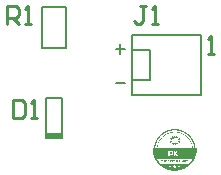
<source format=gto>
G04*
G04 #@! TF.GenerationSoftware,Altium Limited,Altium Designer,24.1.2 (44)*
G04*
G04 Layer_Color=65535*
%FSLAX44Y44*%
%MOMM*%
G71*
G04*
G04 #@! TF.SameCoordinates,AFA97B25-1DD1-4B85-BE4B-D495E369A306*
G04*
G04*
G04 #@! TF.FilePolarity,Positive*
G04*
G01*
G75*
%ADD10C,0.2000*%
%ADD11C,0.2540*%
%ADD12R,1.4000X0.4000*%
G36*
X158110Y48130D02*
X159020D01*
Y48060D01*
X159580D01*
Y47990D01*
X160000D01*
Y47920D01*
X160420D01*
Y47850D01*
X160700D01*
Y47780D01*
X161050D01*
Y47710D01*
X161330D01*
Y47640D01*
X161610D01*
Y47570D01*
X161890D01*
Y47500D01*
X162100D01*
Y47430D01*
X162310D01*
Y47360D01*
X162520D01*
Y47290D01*
X162730D01*
Y47220D01*
X162940D01*
Y47150D01*
X163150D01*
Y47080D01*
X163360D01*
Y47010D01*
X163500D01*
Y46940D01*
X163710D01*
Y46870D01*
X163850D01*
Y46800D01*
X163990D01*
Y46730D01*
X164200D01*
Y46660D01*
X164340D01*
Y46590D01*
X164480D01*
Y46520D01*
X164620D01*
Y46450D01*
X164760D01*
Y46380D01*
X164900D01*
Y46310D01*
X165040D01*
Y46240D01*
X165180D01*
Y46170D01*
X165320D01*
Y46100D01*
X165460D01*
Y46030D01*
X165600D01*
Y45960D01*
X165670D01*
Y45890D01*
X165810D01*
Y45820D01*
X165950D01*
Y45750D01*
X166090D01*
Y45680D01*
X166160D01*
Y45610D01*
X166300D01*
Y45540D01*
X166440D01*
Y45470D01*
X166510D01*
Y45400D01*
X166650D01*
Y45330D01*
X166720D01*
Y45260D01*
X166860D01*
Y45190D01*
X166930D01*
Y45120D01*
X167070D01*
Y45050D01*
X167140D01*
Y44980D01*
X167280D01*
Y44910D01*
X167350D01*
Y44840D01*
X167420D01*
Y44770D01*
X167560D01*
Y44700D01*
X167630D01*
Y44630D01*
X167700D01*
Y44560D01*
X167840D01*
Y44490D01*
X167910D01*
Y44420D01*
X167980D01*
Y44350D01*
X168050D01*
Y44280D01*
X168190D01*
Y44210D01*
X168260D01*
Y44140D01*
X168330D01*
Y44070D01*
X168400D01*
Y44000D01*
X168470D01*
Y43930D01*
X168610D01*
Y43860D01*
X168680D01*
Y43790D01*
X168750D01*
Y43720D01*
X168820D01*
Y43650D01*
X168890D01*
Y43580D01*
X168960D01*
Y43510D01*
X169030D01*
Y43440D01*
X169100D01*
Y43370D01*
X169240D01*
Y43300D01*
X169310D01*
Y43230D01*
X169380D01*
Y43160D01*
X169450D01*
Y43090D01*
X169520D01*
Y43020D01*
X169590D01*
Y42950D01*
X169660D01*
Y42880D01*
X169730D01*
Y42810D01*
X169800D01*
Y42670D01*
X169870D01*
Y42600D01*
X169940D01*
Y42530D01*
X170010D01*
Y42460D01*
X170080D01*
Y42390D01*
X170150D01*
Y42320D01*
X170220D01*
Y42250D01*
X170290D01*
Y42180D01*
X170360D01*
Y42110D01*
X170430D01*
Y41970D01*
X170500D01*
Y41900D01*
X170570D01*
Y41830D01*
X170640D01*
Y41760D01*
X170710D01*
Y41690D01*
X170780D01*
Y41620D01*
X170850D01*
Y41480D01*
X170920D01*
Y41410D01*
X170990D01*
Y41340D01*
X171060D01*
Y41200D01*
X171130D01*
Y41130D01*
X171200D01*
Y41060D01*
X171270D01*
Y40920D01*
X171340D01*
Y40850D01*
X171410D01*
Y40780D01*
X171480D01*
Y40640D01*
X171550D01*
Y40570D01*
X171620D01*
Y40430D01*
X171690D01*
Y40360D01*
X171760D01*
Y40220D01*
X171830D01*
Y40150D01*
X171900D01*
Y40010D01*
X171970D01*
Y39940D01*
X172040D01*
Y39800D01*
X172110D01*
Y39660D01*
X172180D01*
Y39590D01*
X172250D01*
Y39450D01*
X172320D01*
Y39310D01*
X172390D01*
Y39240D01*
X172460D01*
Y39100D01*
X172530D01*
Y38960D01*
X172600D01*
Y38820D01*
X172670D01*
Y38680D01*
X172740D01*
Y38540D01*
X172810D01*
Y38400D01*
X172880D01*
Y38260D01*
X172950D01*
Y38120D01*
X173020D01*
Y37980D01*
X173090D01*
Y37840D01*
X173160D01*
Y37700D01*
X173230D01*
Y37560D01*
X173300D01*
Y37350D01*
X173370D01*
Y37210D01*
X173440D01*
Y37070D01*
X173510D01*
Y36860D01*
X173580D01*
Y36650D01*
X173650D01*
Y36510D01*
X173720D01*
Y36300D01*
X173790D01*
Y36090D01*
X173860D01*
Y35880D01*
X173930D01*
Y35600D01*
X174000D01*
Y35390D01*
X174070D01*
Y35110D01*
X174140D01*
Y34830D01*
X174210D01*
Y34550D01*
X174280D01*
Y34270D01*
X174350D01*
Y33920D01*
X174420D01*
Y33570D01*
X174490D01*
Y33080D01*
X174560D01*
Y32590D01*
X174630D01*
Y32030D01*
X175820D01*
Y30350D01*
X175750D01*
Y29650D01*
X175680D01*
Y29090D01*
X175610D01*
Y28600D01*
X175540D01*
Y28180D01*
X175470D01*
Y27830D01*
X175400D01*
Y27550D01*
X175330D01*
Y27270D01*
X175260D01*
Y26920D01*
X175190D01*
Y26710D01*
X175120D01*
Y26430D01*
X175050D01*
Y26220D01*
X174980D01*
Y25940D01*
X174910D01*
Y25730D01*
X174840D01*
Y25520D01*
X174770D01*
Y25310D01*
X174700D01*
Y25100D01*
X174630D01*
Y24960D01*
X174560D01*
Y24750D01*
X174490D01*
Y24610D01*
X174420D01*
Y24400D01*
X174350D01*
Y24260D01*
X174280D01*
Y24120D01*
X174210D01*
Y23980D01*
X174140D01*
Y23840D01*
X174070D01*
Y23630D01*
X174000D01*
Y23490D01*
X173930D01*
Y23350D01*
X173860D01*
Y23210D01*
X173790D01*
Y23070D01*
X173720D01*
Y22930D01*
X173650D01*
Y22790D01*
X173580D01*
Y22650D01*
X173510D01*
Y22510D01*
X173440D01*
Y22440D01*
X173370D01*
Y22300D01*
X173300D01*
Y22160D01*
X173230D01*
Y22090D01*
X173160D01*
Y21950D01*
X173090D01*
Y21810D01*
X173020D01*
Y21740D01*
X172950D01*
Y21600D01*
X172880D01*
Y21530D01*
X172810D01*
Y21390D01*
X172740D01*
Y21320D01*
X172670D01*
Y21180D01*
X172600D01*
Y21040D01*
X172530D01*
Y20970D01*
X172460D01*
Y20900D01*
X172390D01*
Y20760D01*
X172320D01*
Y20690D01*
X172250D01*
Y20620D01*
X172180D01*
Y20480D01*
X172110D01*
Y20410D01*
X172040D01*
Y20340D01*
X171970D01*
Y20200D01*
X171900D01*
Y20130D01*
X171830D01*
Y20060D01*
X171760D01*
Y19990D01*
X171690D01*
Y19850D01*
X171620D01*
Y19780D01*
X171550D01*
Y19710D01*
X171480D01*
Y19640D01*
X171410D01*
Y19500D01*
X171340D01*
Y19430D01*
X171270D01*
Y19360D01*
X171200D01*
Y19290D01*
X171130D01*
Y19220D01*
X171060D01*
Y19150D01*
X170990D01*
Y19080D01*
X170920D01*
Y18940D01*
X170850D01*
Y18870D01*
X170780D01*
Y18800D01*
X170710D01*
Y18730D01*
X170640D01*
Y18660D01*
X170570D01*
Y18590D01*
X170500D01*
Y18520D01*
X170430D01*
Y18450D01*
X170360D01*
Y18380D01*
X170290D01*
Y18310D01*
X170220D01*
Y18240D01*
X170150D01*
Y18170D01*
X170080D01*
Y18100D01*
X170010D01*
Y18030D01*
X169940D01*
Y17960D01*
X169800D01*
Y17890D01*
X169730D01*
Y17820D01*
X169660D01*
Y17750D01*
X169590D01*
Y17680D01*
X169520D01*
Y17610D01*
X169450D01*
Y17540D01*
X169380D01*
Y17470D01*
X169240D01*
Y17400D01*
X169170D01*
Y17330D01*
X169100D01*
Y17260D01*
X169030D01*
Y17190D01*
X168960D01*
Y17120D01*
X168820D01*
Y17050D01*
X168750D01*
Y16980D01*
X168680D01*
Y16910D01*
X168610D01*
Y16840D01*
X168470D01*
Y16770D01*
X168400D01*
Y16700D01*
X168330D01*
Y16630D01*
X168190D01*
Y16560D01*
X168120D01*
Y16490D01*
X168050D01*
Y16420D01*
X167910D01*
Y16350D01*
X167840D01*
Y16280D01*
X167700D01*
Y16210D01*
X167630D01*
Y16140D01*
X167490D01*
Y16070D01*
X167420D01*
Y16000D01*
X167280D01*
Y15930D01*
X167140D01*
Y15860D01*
X167070D01*
Y15790D01*
X166930D01*
Y15720D01*
X166860D01*
Y15650D01*
X166720D01*
Y15580D01*
X166580D01*
Y15510D01*
X166510D01*
Y15440D01*
X166370D01*
Y15370D01*
X166230D01*
Y15300D01*
X166090D01*
Y15230D01*
X165950D01*
Y15160D01*
X165880D01*
Y15090D01*
X165740D01*
Y15020D01*
X165600D01*
Y14950D01*
X165460D01*
Y14880D01*
X165320D01*
Y14810D01*
X165180D01*
Y14740D01*
X165040D01*
Y14670D01*
X164830D01*
Y14600D01*
X164690D01*
Y14530D01*
X164550D01*
Y14460D01*
X164410D01*
Y14390D01*
X164270D01*
Y14320D01*
X164060D01*
Y14250D01*
X163850D01*
Y14180D01*
X163710D01*
Y14110D01*
X163500D01*
Y14040D01*
X163290D01*
Y13970D01*
X163150D01*
Y13900D01*
X162870D01*
Y13830D01*
X162660D01*
Y13760D01*
X162450D01*
Y13690D01*
X162170D01*
Y13620D01*
X161960D01*
Y13550D01*
X161680D01*
Y13480D01*
X161330D01*
Y13410D01*
X161050D01*
Y13340D01*
X160770D01*
Y13270D01*
X160350D01*
Y13200D01*
X160000D01*
Y13130D01*
X159580D01*
Y13060D01*
X158880D01*
Y12990D01*
X157830D01*
Y12920D01*
X156640D01*
Y12990D01*
X155450D01*
Y13060D01*
X154750D01*
Y13130D01*
X154260D01*
Y13200D01*
X153840D01*
Y13270D01*
X153420D01*
Y13340D01*
X153070D01*
Y13410D01*
X152790D01*
Y13480D01*
X152510D01*
Y13550D01*
X152230D01*
Y13620D01*
X151950D01*
Y13690D01*
X151740D01*
Y13760D01*
X151530D01*
Y13830D01*
X151320D01*
Y13900D01*
X151110D01*
Y13970D01*
X150900D01*
Y14040D01*
X150690D01*
Y14110D01*
X150480D01*
Y14180D01*
X150340D01*
Y14250D01*
X150130D01*
Y14320D01*
X149920D01*
Y14390D01*
X149780D01*
Y14460D01*
X149640D01*
Y14530D01*
X149500D01*
Y14600D01*
X149290D01*
Y14670D01*
X149150D01*
Y14740D01*
X149010D01*
Y14810D01*
X148870D01*
Y14880D01*
X148730D01*
Y14950D01*
X148590D01*
Y15020D01*
X148450D01*
Y15090D01*
X148310D01*
Y15160D01*
X148170D01*
Y15230D01*
X148100D01*
Y15300D01*
X147960D01*
Y15370D01*
X147820D01*
Y15440D01*
X147680D01*
Y15510D01*
X147540D01*
Y15580D01*
X147470D01*
Y15650D01*
X147330D01*
Y15720D01*
X147190D01*
Y15790D01*
X147120D01*
Y15860D01*
X146980D01*
Y15930D01*
X146910D01*
Y16000D01*
X146770D01*
Y16070D01*
X146630D01*
Y16140D01*
X146560D01*
Y16210D01*
X146420D01*
Y16280D01*
X146350D01*
Y16350D01*
X146280D01*
Y16420D01*
X146140D01*
Y16490D01*
X146070D01*
Y16560D01*
X145930D01*
Y16630D01*
X145860D01*
Y16700D01*
X145720D01*
Y16770D01*
X145650D01*
Y16840D01*
X145580D01*
Y16910D01*
X145510D01*
Y16980D01*
X145370D01*
Y17050D01*
X145300D01*
Y17120D01*
X145230D01*
Y17190D01*
X145160D01*
Y17260D01*
X145090D01*
Y17330D01*
X144950D01*
Y17400D01*
X144880D01*
Y17470D01*
X144810D01*
Y17540D01*
X144740D01*
Y17610D01*
X144670D01*
Y17680D01*
X144600D01*
Y17750D01*
X144530D01*
Y17820D01*
X144390D01*
Y17890D01*
X144320D01*
Y17960D01*
X144250D01*
Y18030D01*
X144180D01*
Y18100D01*
X144110D01*
Y18170D01*
X144040D01*
Y18240D01*
X143970D01*
Y18310D01*
X143900D01*
Y18380D01*
X143830D01*
Y18450D01*
X143760D01*
Y18520D01*
X143690D01*
Y18590D01*
X143620D01*
Y18660D01*
X143550D01*
Y18730D01*
X143480D01*
Y18800D01*
X143410D01*
Y18870D01*
X143340D01*
Y18940D01*
X143270D01*
Y19010D01*
X143200D01*
Y19150D01*
X143130D01*
Y19220D01*
X143060D01*
Y19290D01*
X142990D01*
Y19360D01*
X142920D01*
Y19430D01*
X142850D01*
Y19500D01*
X142780D01*
Y19570D01*
X142710D01*
Y19710D01*
X142640D01*
Y19780D01*
X142570D01*
Y19850D01*
X142500D01*
Y19920D01*
X142430D01*
Y19990D01*
X142360D01*
Y20130D01*
X142290D01*
Y20200D01*
X142220D01*
Y20270D01*
X142150D01*
Y20410D01*
X142080D01*
Y20480D01*
X142010D01*
Y20550D01*
X141940D01*
Y20690D01*
X141870D01*
Y20760D01*
X141800D01*
Y20900D01*
X141730D01*
Y20970D01*
X141660D01*
Y21040D01*
X141590D01*
Y21180D01*
X141520D01*
Y21250D01*
X141450D01*
Y21390D01*
X141380D01*
Y21460D01*
X141310D01*
Y21600D01*
X141240D01*
Y21740D01*
X141170D01*
Y21810D01*
X141100D01*
Y21950D01*
X141030D01*
Y22020D01*
X140960D01*
Y22160D01*
X140890D01*
Y22300D01*
X140820D01*
Y22370D01*
X140750D01*
Y22510D01*
X140680D01*
Y22650D01*
X140610D01*
Y22790D01*
X140540D01*
Y22930D01*
X140470D01*
Y23070D01*
X140400D01*
Y23210D01*
X140330D01*
Y23350D01*
X140260D01*
Y23490D01*
X140190D01*
Y23630D01*
X140120D01*
Y23770D01*
X140050D01*
Y23910D01*
X139980D01*
Y24120D01*
X139910D01*
Y24260D01*
X139840D01*
Y24400D01*
X139770D01*
Y24540D01*
X139700D01*
Y24750D01*
X139630D01*
Y24960D01*
X139560D01*
Y25100D01*
X139490D01*
Y25310D01*
X139420D01*
Y25520D01*
X139350D01*
Y25730D01*
X139280D01*
Y25940D01*
X139210D01*
Y26150D01*
X139140D01*
Y26430D01*
X139070D01*
Y26640D01*
X139000D01*
Y26920D01*
X138930D01*
Y27130D01*
X138860D01*
Y27480D01*
X138790D01*
Y27830D01*
X138720D01*
Y28110D01*
X138650D01*
Y28530D01*
X138580D01*
Y29020D01*
X138510D01*
Y29510D01*
X138440D01*
Y30350D01*
X138370D01*
Y32030D01*
X139490D01*
Y32520D01*
X139560D01*
Y33080D01*
X139630D01*
Y33500D01*
X139700D01*
Y33850D01*
X139770D01*
Y34200D01*
Y34270D01*
X139840D01*
Y34550D01*
X139910D01*
Y34830D01*
X139980D01*
Y35110D01*
X140050D01*
Y35390D01*
X140120D01*
Y35600D01*
X140190D01*
Y35880D01*
X140260D01*
Y36090D01*
X140330D01*
Y36300D01*
X140400D01*
Y36510D01*
X140470D01*
Y36650D01*
X140540D01*
Y36860D01*
X140610D01*
Y37070D01*
X140680D01*
Y37210D01*
X140750D01*
Y37420D01*
X140820D01*
Y37560D01*
X140890D01*
Y37700D01*
X140960D01*
Y37910D01*
X141030D01*
Y38050D01*
X141100D01*
Y38190D01*
X141170D01*
Y38330D01*
X141240D01*
Y38470D01*
X141310D01*
Y38610D01*
X141380D01*
Y38750D01*
X141450D01*
Y38890D01*
X141520D01*
Y39030D01*
X141590D01*
Y39170D01*
X141660D01*
Y39240D01*
X141730D01*
Y39380D01*
X141800D01*
Y39520D01*
X141870D01*
Y39590D01*
X141940D01*
Y39730D01*
X142010D01*
Y39870D01*
X142080D01*
Y39940D01*
X142150D01*
Y40080D01*
X142220D01*
Y40220D01*
X142290D01*
Y40290D01*
X142360D01*
Y40430D01*
X142430D01*
Y40500D01*
X142500D01*
Y40570D01*
X142570D01*
Y40710D01*
X142640D01*
Y40780D01*
X142710D01*
Y40920D01*
X142780D01*
Y40990D01*
X142850D01*
Y41060D01*
X142920D01*
Y41200D01*
X142990D01*
Y41270D01*
X143060D01*
Y41340D01*
X143130D01*
Y41480D01*
X143200D01*
Y41550D01*
X143270D01*
Y41620D01*
X143340D01*
Y41760D01*
X143410D01*
Y41830D01*
X143480D01*
Y41900D01*
X143550D01*
Y41970D01*
X143620D01*
Y42040D01*
X143690D01*
Y42110D01*
X143760D01*
Y42250D01*
X143830D01*
Y42320D01*
X143900D01*
Y42390D01*
X143970D01*
Y42460D01*
X144040D01*
Y42530D01*
X144110D01*
Y42600D01*
X144180D01*
Y42670D01*
X144250D01*
Y42740D01*
X144320D01*
Y42810D01*
X144390D01*
Y42880D01*
X144460D01*
Y42950D01*
X144530D01*
Y43020D01*
X144600D01*
Y43090D01*
X144670D01*
Y43160D01*
X144740D01*
Y43230D01*
X144810D01*
Y43300D01*
X144880D01*
Y43370D01*
X144950D01*
Y43440D01*
X145020D01*
Y43510D01*
X145090D01*
Y43580D01*
X145160D01*
Y43650D01*
X145230D01*
Y43720D01*
X145370D01*
Y43790D01*
X145440D01*
Y43860D01*
X145510D01*
Y43930D01*
X145580D01*
Y44000D01*
X145650D01*
Y44070D01*
X145720D01*
Y44140D01*
X145860D01*
Y44210D01*
X145930D01*
Y44280D01*
X146000D01*
Y44350D01*
X146070D01*
Y44420D01*
X146140D01*
Y44490D01*
X146280D01*
Y44560D01*
X146350D01*
Y44630D01*
X146420D01*
Y44700D01*
X146560D01*
Y44770D01*
X146630D01*
Y44840D01*
X146700D01*
Y44910D01*
X146840D01*
Y44980D01*
X146910D01*
Y45050D01*
X146980D01*
Y45120D01*
X147120D01*
Y45190D01*
X147260D01*
Y45260D01*
X147330D01*
Y45330D01*
X147470D01*
Y45400D01*
X147540D01*
Y45470D01*
X147680D01*
Y45540D01*
X147750D01*
Y45610D01*
X147890D01*
Y45680D01*
X148030D01*
Y45750D01*
X148100D01*
Y45820D01*
X148240D01*
Y45890D01*
X148380D01*
Y45960D01*
X148450D01*
Y46030D01*
X148590D01*
Y46100D01*
X148730D01*
Y46170D01*
X148870D01*
Y46240D01*
X149010D01*
Y46310D01*
X149150D01*
Y46380D01*
X149290D01*
Y46450D01*
X149430D01*
Y46520D01*
X149570D01*
Y46590D01*
X149710D01*
Y46660D01*
X149920D01*
Y46730D01*
X150060D01*
Y46800D01*
X150200D01*
Y46870D01*
X150340D01*
Y46940D01*
X150550D01*
Y47010D01*
X150760D01*
Y47080D01*
X150900D01*
Y47150D01*
X151110D01*
Y47220D01*
X151320D01*
Y47290D01*
X151530D01*
Y47360D01*
X151740D01*
Y47430D01*
X151950D01*
Y47500D01*
X152160D01*
Y47570D01*
X152440D01*
Y47640D01*
X152720D01*
Y47710D01*
X153000D01*
Y47780D01*
X153350D01*
Y47850D01*
X153630D01*
Y47920D01*
X154050D01*
Y47990D01*
X154470D01*
Y48060D01*
X155030D01*
Y48130D01*
X155940D01*
Y48200D01*
X158110D01*
Y48130D01*
D02*
G37*
%LPC*%
G36*
X157970Y47220D02*
X156080D01*
Y47150D01*
X155310D01*
Y47080D01*
X154680D01*
Y47010D01*
X154260D01*
Y46940D01*
X153910D01*
Y46870D01*
X153560D01*
Y46800D01*
X153210D01*
Y46730D01*
X152930D01*
Y46660D01*
X152650D01*
Y46590D01*
X152440D01*
Y46520D01*
X152160D01*
Y46450D01*
X151950D01*
Y46380D01*
X151740D01*
Y46310D01*
X151530D01*
Y46240D01*
X151320D01*
Y46170D01*
X151180D01*
Y46100D01*
X150970D01*
Y46030D01*
X150830D01*
Y45960D01*
X150620D01*
Y45890D01*
X150480D01*
Y45820D01*
X150270D01*
Y45750D01*
X150130D01*
Y45680D01*
X149990D01*
Y45610D01*
X149850D01*
Y45540D01*
X149710D01*
Y45470D01*
X149570D01*
Y45400D01*
X149430D01*
Y45330D01*
X149290D01*
Y45260D01*
X149150D01*
Y45190D01*
X149010D01*
Y45120D01*
X148870D01*
Y45050D01*
X148800D01*
Y44980D01*
X148660D01*
Y44910D01*
X148520D01*
Y44840D01*
X148450D01*
Y44770D01*
X148310D01*
Y44700D01*
X148240D01*
Y44630D01*
X148100D01*
Y44560D01*
X147960D01*
Y44490D01*
X147890D01*
Y44420D01*
X147750D01*
Y44350D01*
X147680D01*
Y44280D01*
X147540D01*
Y44210D01*
X147470D01*
Y44140D01*
X147330D01*
Y44070D01*
X147260D01*
Y44000D01*
X147190D01*
Y43930D01*
X147050D01*
Y43860D01*
X146980D01*
Y43790D01*
X146910D01*
Y43720D01*
X146840D01*
Y43650D01*
X146700D01*
Y43580D01*
X146630D01*
Y43510D01*
X146560D01*
Y43440D01*
X146490D01*
Y43370D01*
X146350D01*
Y43300D01*
X146280D01*
Y43230D01*
X146210D01*
Y43160D01*
X146140D01*
Y43090D01*
X146070D01*
Y43020D01*
X145930D01*
Y42950D01*
X145860D01*
Y42880D01*
X145790D01*
Y42810D01*
X145720D01*
Y42740D01*
X145650D01*
Y42670D01*
X145580D01*
Y42600D01*
X145510D01*
Y42530D01*
X145440D01*
Y42460D01*
X145370D01*
Y42390D01*
X145300D01*
Y42320D01*
X145230D01*
Y42250D01*
X145160D01*
Y42180D01*
X145090D01*
Y42110D01*
X145020D01*
Y42040D01*
X144950D01*
Y41970D01*
X144880D01*
Y41900D01*
X144810D01*
Y41830D01*
X144740D01*
Y41690D01*
X144670D01*
Y41620D01*
X144600D01*
Y41550D01*
X144530D01*
Y41480D01*
X144460D01*
Y41410D01*
X144390D01*
Y41340D01*
X144320D01*
Y41270D01*
X144250D01*
Y41130D01*
X144180D01*
Y41060D01*
X144110D01*
Y40990D01*
X144040D01*
Y40920D01*
X143970D01*
Y40780D01*
X143900D01*
Y40710D01*
X143830D01*
Y40640D01*
X143760D01*
Y40570D01*
X143690D01*
Y40430D01*
X143620D01*
Y40360D01*
X143550D01*
Y40220D01*
X143480D01*
Y40150D01*
X143410D01*
Y40080D01*
X143340D01*
Y39940D01*
X143270D01*
Y39870D01*
X143200D01*
Y39730D01*
X143130D01*
Y39660D01*
X143060D01*
Y39520D01*
X142990D01*
Y39380D01*
X142920D01*
Y39310D01*
X142850D01*
Y39170D01*
X142780D01*
Y39100D01*
X142710D01*
Y38960D01*
X142640D01*
Y38820D01*
X142570D01*
Y38680D01*
X142500D01*
Y38610D01*
X142430D01*
Y38470D01*
X142360D01*
Y38330D01*
X142290D01*
Y38190D01*
X142220D01*
Y38050D01*
X142150D01*
Y37910D01*
X142080D01*
Y37770D01*
X142010D01*
Y37630D01*
X141940D01*
Y37490D01*
X141870D01*
Y37350D01*
X141800D01*
Y37140D01*
X141730D01*
Y37000D01*
X141660D01*
Y36860D01*
X141590D01*
Y36650D01*
X141520D01*
Y36510D01*
X141450D01*
Y36300D01*
X141380D01*
Y36090D01*
X141310D01*
Y35880D01*
X141240D01*
Y35670D01*
X141170D01*
Y35460D01*
X141100D01*
Y35250D01*
X141030D01*
Y34970D01*
X140960D01*
Y34690D01*
X140890D01*
Y34410D01*
X140820D01*
Y34060D01*
X140750D01*
Y33780D01*
X140680D01*
Y33360D01*
X140610D01*
Y32940D01*
X140540D01*
Y32380D01*
X140470D01*
Y32030D01*
X141870D01*
Y32310D01*
X141940D01*
Y32870D01*
X142010D01*
Y33220D01*
X142080D01*
Y33640D01*
X142150D01*
Y33990D01*
X142220D01*
Y34270D01*
X142290D01*
Y34550D01*
X142360D01*
Y34760D01*
X142430D01*
Y35040D01*
X142500D01*
Y35250D01*
X142570D01*
Y35460D01*
X142640D01*
Y35670D01*
X142710D01*
Y35880D01*
X142780D01*
Y36020D01*
X142850D01*
Y36230D01*
X142920D01*
Y36370D01*
X142990D01*
Y36580D01*
X143060D01*
Y36720D01*
X143130D01*
Y36860D01*
X143200D01*
Y37000D01*
X143270D01*
Y37140D01*
X143340D01*
Y37350D01*
X143410D01*
Y37490D01*
X143480D01*
Y37630D01*
X143550D01*
Y37700D01*
X143620D01*
Y37840D01*
X143690D01*
Y37980D01*
X143760D01*
Y38120D01*
X143830D01*
Y38260D01*
X143900D01*
Y38330D01*
X143970D01*
Y38470D01*
X144040D01*
Y38610D01*
X144110D01*
Y38750D01*
X144180D01*
Y38820D01*
X144250D01*
Y38960D01*
X144320D01*
Y39030D01*
X144390D01*
Y39170D01*
X144460D01*
Y39240D01*
X144530D01*
Y39310D01*
X144600D01*
Y39450D01*
X144670D01*
Y39520D01*
X144740D01*
Y39660D01*
X144810D01*
Y39730D01*
X144880D01*
Y39800D01*
X144950D01*
Y39940D01*
X145020D01*
Y40010D01*
X145090D01*
Y40080D01*
X145160D01*
Y40150D01*
X145230D01*
Y40290D01*
X145300D01*
Y40360D01*
X145370D01*
Y40430D01*
X145440D01*
Y40500D01*
X145510D01*
Y40570D01*
X145580D01*
Y40710D01*
X145650D01*
Y40780D01*
X145720D01*
Y40850D01*
X145790D01*
Y40920D01*
X145860D01*
Y40990D01*
X145930D01*
Y41060D01*
X146000D01*
Y41130D01*
X146070D01*
Y41200D01*
X146140D01*
Y41270D01*
X146210D01*
Y41340D01*
X146280D01*
Y41410D01*
X146350D01*
Y41480D01*
X146420D01*
Y41550D01*
X146490D01*
Y41620D01*
X146560D01*
Y41690D01*
X146630D01*
Y41760D01*
X146700D01*
Y41830D01*
X146770D01*
Y41900D01*
X146840D01*
Y41970D01*
X146910D01*
Y42040D01*
X146980D01*
Y42110D01*
X147120D01*
Y42180D01*
X147190D01*
Y42250D01*
X147260D01*
Y42320D01*
X147330D01*
Y42390D01*
X147400D01*
Y42460D01*
X147470D01*
Y42530D01*
X147610D01*
Y42600D01*
X147680D01*
Y42670D01*
X147750D01*
Y42740D01*
X147820D01*
Y42810D01*
X147960D01*
Y42880D01*
X148030D01*
Y42950D01*
X148170D01*
Y43020D01*
X148240D01*
Y43090D01*
X148310D01*
Y43160D01*
X148450D01*
Y43230D01*
X148520D01*
Y43300D01*
X148660D01*
Y43370D01*
X148730D01*
Y43440D01*
X148870D01*
Y43510D01*
X148940D01*
Y43580D01*
X149080D01*
Y43650D01*
X149220D01*
Y43720D01*
X149290D01*
Y43790D01*
X149430D01*
Y43860D01*
X149570D01*
Y43930D01*
X149640D01*
Y44000D01*
X149780D01*
Y44070D01*
X149920D01*
Y44140D01*
X150060D01*
Y44210D01*
X150200D01*
Y44280D01*
X150340D01*
Y44350D01*
X150480D01*
Y44420D01*
X150620D01*
Y44490D01*
X150760D01*
Y44560D01*
X150900D01*
Y44630D01*
X151110D01*
Y44700D01*
X151250D01*
Y44770D01*
X151460D01*
Y44840D01*
X151600D01*
Y44910D01*
X151810D01*
Y44980D01*
X152020D01*
Y45050D01*
X152230D01*
Y45120D01*
X152440D01*
Y45190D01*
X152650D01*
Y45260D01*
X152790D01*
Y45330D01*
X153070D01*
Y45400D01*
X153350D01*
Y45470D01*
X153700D01*
Y45540D01*
X153980D01*
Y45610D01*
X154330D01*
Y45680D01*
X154750D01*
Y45750D01*
X155240D01*
Y45820D01*
X155940D01*
Y45890D01*
X158320D01*
Y45820D01*
X159020D01*
Y45750D01*
X159510D01*
Y45680D01*
X159930D01*
Y45610D01*
X160210D01*
Y45540D01*
X160560D01*
Y45470D01*
X160840D01*
Y45400D01*
X161120D01*
Y45330D01*
X161400D01*
Y45260D01*
X161610D01*
Y45190D01*
X161820D01*
Y45120D01*
X162030D01*
Y45050D01*
X162240D01*
Y44980D01*
X162380D01*
Y44910D01*
X162590D01*
Y44840D01*
X162800D01*
Y44770D01*
X162940D01*
Y44700D01*
X163150D01*
Y44630D01*
X163290D01*
Y44560D01*
X163430D01*
Y44490D01*
X163570D01*
Y44420D01*
X163710D01*
Y44350D01*
X163850D01*
Y44280D01*
X163990D01*
Y44210D01*
X164130D01*
Y44140D01*
X164270D01*
Y44070D01*
X164410D01*
Y44000D01*
X164550D01*
Y43930D01*
X164690D01*
Y43860D01*
X164830D01*
Y43790D01*
X164900D01*
Y43720D01*
X165040D01*
Y43650D01*
X165180D01*
Y43580D01*
X165250D01*
Y43510D01*
X165390D01*
Y43440D01*
X165460D01*
Y43370D01*
X165600D01*
Y43300D01*
X165670D01*
Y43230D01*
X165810D01*
Y43160D01*
X165880D01*
Y43090D01*
X166020D01*
Y43020D01*
X166090D01*
Y42950D01*
X166160D01*
Y42880D01*
X166300D01*
Y42810D01*
X166370D01*
Y42740D01*
X166440D01*
Y42670D01*
X166580D01*
Y42600D01*
X166650D01*
Y42530D01*
X166720D01*
Y42460D01*
X166790D01*
Y42390D01*
X166930D01*
Y42320D01*
X167000D01*
Y42250D01*
X167070D01*
Y42180D01*
X167140D01*
Y42110D01*
X167210D01*
Y42040D01*
X167350D01*
Y41970D01*
X167420D01*
Y41900D01*
X167490D01*
Y41830D01*
X167560D01*
Y41760D01*
X167630D01*
Y41690D01*
X167700D01*
Y41620D01*
X167770D01*
Y41550D01*
X167840D01*
Y41480D01*
X167910D01*
Y41410D01*
X167980D01*
Y41340D01*
X168050D01*
Y41270D01*
X168120D01*
Y41200D01*
X168190D01*
Y41130D01*
X168260D01*
Y41060D01*
X168330D01*
Y40990D01*
X168400D01*
Y40850D01*
X168470D01*
Y40780D01*
X168540D01*
Y40710D01*
X168610D01*
Y40640D01*
X168680D01*
Y40570D01*
X168750D01*
Y40500D01*
X168820D01*
Y40360D01*
X168890D01*
Y40290D01*
X168960D01*
Y40220D01*
X169030D01*
Y40150D01*
X169100D01*
Y40080D01*
X169170D01*
Y39940D01*
X169240D01*
Y39870D01*
X169310D01*
Y39800D01*
X169380D01*
Y39660D01*
X169450D01*
Y39590D01*
X169520D01*
Y39520D01*
X169590D01*
Y39380D01*
X169660D01*
Y39310D01*
X169730D01*
Y39170D01*
X169800D01*
Y39100D01*
X169870D01*
Y38960D01*
X169940D01*
Y38890D01*
X170010D01*
Y38750D01*
X170080D01*
Y38680D01*
X170150D01*
Y38540D01*
X170220D01*
Y38400D01*
X170290D01*
Y38330D01*
X170360D01*
Y38190D01*
X170430D01*
Y38050D01*
X170500D01*
Y37910D01*
X170570D01*
Y37840D01*
X170640D01*
Y37700D01*
X170710D01*
Y37560D01*
X170780D01*
Y37420D01*
X170850D01*
Y37280D01*
X170920D01*
Y37140D01*
X170990D01*
Y37000D01*
X171060D01*
Y36860D01*
X171130D01*
Y36650D01*
X171200D01*
Y36510D01*
X171270D01*
Y36300D01*
X171340D01*
Y36160D01*
X171410D01*
Y35950D01*
X171480D01*
Y35740D01*
X171550D01*
Y35600D01*
X171620D01*
Y35320D01*
X171690D01*
Y35110D01*
X171760D01*
Y34900D01*
X171830D01*
Y34690D01*
X171900D01*
Y34410D01*
X171970D01*
Y34130D01*
X172040D01*
Y33780D01*
X172110D01*
Y33430D01*
X172180D01*
Y33080D01*
X172250D01*
Y32590D01*
X172320D01*
Y32030D01*
X173580D01*
Y32310D01*
X173510D01*
Y32940D01*
X173440D01*
Y33360D01*
X173370D01*
Y33780D01*
X173300D01*
Y34060D01*
X173230D01*
Y34410D01*
X173160D01*
Y34690D01*
X173090D01*
Y34900D01*
X173020D01*
Y35180D01*
X172950D01*
Y35390D01*
X172880D01*
Y35600D01*
X172810D01*
Y35880D01*
X172740D01*
Y36090D01*
X172670D01*
Y36300D01*
X172600D01*
Y36440D01*
X172530D01*
Y36650D01*
X172460D01*
Y36860D01*
X172390D01*
Y37000D01*
X172320D01*
Y37140D01*
X172250D01*
Y37350D01*
X172180D01*
Y37490D01*
X172110D01*
Y37630D01*
X172040D01*
Y37770D01*
X171970D01*
Y37910D01*
X171900D01*
Y38050D01*
X171830D01*
Y38190D01*
X171760D01*
Y38330D01*
X171690D01*
Y38470D01*
X171620D01*
Y38610D01*
X171550D01*
Y38680D01*
X171480D01*
Y38820D01*
X171410D01*
Y38960D01*
X171340D01*
Y39100D01*
X171270D01*
Y39170D01*
X171200D01*
Y39310D01*
X171130D01*
Y39380D01*
X171060D01*
Y39520D01*
X170990D01*
Y39660D01*
X170920D01*
Y39730D01*
X170850D01*
Y39870D01*
X170780D01*
Y39940D01*
X170710D01*
Y40080D01*
X170640D01*
Y40150D01*
X170570D01*
Y40220D01*
X170500D01*
Y40360D01*
X170430D01*
Y40430D01*
X170360D01*
Y40570D01*
X170290D01*
Y40640D01*
X170220D01*
Y40710D01*
X170150D01*
Y40780D01*
X170080D01*
Y40920D01*
X170010D01*
Y40990D01*
X169940D01*
Y41060D01*
X169870D01*
Y41130D01*
X169800D01*
Y41200D01*
Y41270D01*
X169730D01*
Y41340D01*
X169660D01*
Y41410D01*
X169590D01*
Y41480D01*
X169520D01*
Y41550D01*
X169450D01*
Y41620D01*
X169380D01*
Y41690D01*
X169310D01*
Y41830D01*
X169240D01*
Y41900D01*
X169170D01*
Y41970D01*
X169100D01*
Y42040D01*
X169030D01*
Y42110D01*
X168960D01*
Y42180D01*
X168890D01*
Y42250D01*
X168820D01*
Y42320D01*
X168750D01*
Y42390D01*
X168680D01*
Y42460D01*
X168610D01*
Y42530D01*
X168540D01*
Y42600D01*
X168470D01*
Y42670D01*
X168400D01*
Y42740D01*
X168330D01*
Y42810D01*
X168260D01*
Y42880D01*
X168120D01*
Y42950D01*
X168050D01*
Y43020D01*
X167980D01*
Y43090D01*
X167910D01*
Y43160D01*
X167840D01*
Y43230D01*
X167770D01*
Y43300D01*
X167700D01*
Y43370D01*
X167560D01*
Y43440D01*
X167490D01*
Y43510D01*
X167420D01*
Y43580D01*
X167350D01*
Y43650D01*
X167210D01*
Y43720D01*
X167140D01*
Y43790D01*
X167070D01*
Y43860D01*
X167000D01*
Y43930D01*
X166860D01*
Y44000D01*
X166790D01*
Y44070D01*
X166650D01*
Y44140D01*
X166580D01*
Y44210D01*
X166510D01*
Y44280D01*
X166370D01*
Y44350D01*
X166300D01*
Y44420D01*
X166160D01*
Y44490D01*
X166090D01*
Y44560D01*
X165950D01*
Y44630D01*
X165810D01*
Y44700D01*
X165740D01*
Y44770D01*
X165600D01*
Y44840D01*
X165530D01*
Y44910D01*
X165390D01*
Y44980D01*
X165250D01*
Y45050D01*
X165180D01*
Y45120D01*
X165040D01*
Y45190D01*
X164900D01*
Y45260D01*
X164760D01*
Y45330D01*
X164620D01*
Y45400D01*
X164480D01*
Y45470D01*
X164340D01*
Y45540D01*
X164200D01*
Y45610D01*
X164060D01*
Y45680D01*
X163920D01*
Y45750D01*
X163710D01*
Y45820D01*
X163570D01*
Y45890D01*
X163430D01*
Y45960D01*
X163220D01*
Y46030D01*
X163080D01*
Y46100D01*
X162870D01*
Y46170D01*
X162730D01*
Y46240D01*
X162520D01*
Y46310D01*
X162310D01*
Y46380D01*
X162100D01*
Y46450D01*
X161890D01*
Y46520D01*
X161610D01*
Y46590D01*
X161400D01*
Y46660D01*
X161120D01*
Y46730D01*
X160840D01*
Y46800D01*
X160490D01*
Y46870D01*
X160140D01*
Y46940D01*
X159790D01*
Y47010D01*
X159370D01*
Y47080D01*
X158740D01*
Y47150D01*
X157970D01*
Y47220D01*
D02*
G37*
G36*
X158530Y45470D02*
X155730D01*
Y45400D01*
X155170D01*
Y45330D01*
X154680D01*
Y45260D01*
X154330D01*
Y45190D01*
X153980D01*
Y45120D01*
X153630D01*
Y45050D01*
X153350D01*
Y44980D01*
X153070D01*
Y44910D01*
X152860D01*
Y44840D01*
X152650D01*
Y44770D01*
X152370D01*
Y44700D01*
X152230D01*
Y44630D01*
X152020D01*
Y44560D01*
X151810D01*
Y44490D01*
X151670D01*
Y44420D01*
X151460D01*
Y44350D01*
X151320D01*
Y44280D01*
X151110D01*
Y44210D01*
X150970D01*
Y44140D01*
X150830D01*
Y44070D01*
X150690D01*
Y44000D01*
X150550D01*
Y43930D01*
X150410D01*
Y43860D01*
X150270D01*
Y43790D01*
X150130D01*
Y43720D01*
X149990D01*
Y43650D01*
X149850D01*
Y43580D01*
X149780D01*
Y43510D01*
X149640D01*
Y43440D01*
X149500D01*
Y43370D01*
X149430D01*
Y43300D01*
X149290D01*
Y43230D01*
X149150D01*
Y43160D01*
X149080D01*
Y43090D01*
X148940D01*
Y43020D01*
X148870D01*
Y42950D01*
X148730D01*
Y42880D01*
X148660D01*
Y42810D01*
X148520D01*
Y42740D01*
X148450D01*
Y42670D01*
X148380D01*
Y42600D01*
X148240D01*
Y42530D01*
X148170D01*
Y42460D01*
X148030D01*
Y42390D01*
X147960D01*
Y42320D01*
X147890D01*
Y42250D01*
X147820D01*
Y42180D01*
X147680D01*
Y42110D01*
X147610D01*
Y42040D01*
X147540D01*
Y41970D01*
X147470D01*
Y41900D01*
X147400D01*
Y41830D01*
X147330D01*
Y41760D01*
X147190D01*
Y41690D01*
X147120D01*
Y41620D01*
X147050D01*
Y41550D01*
X146980D01*
Y41480D01*
X146910D01*
Y41410D01*
X146840D01*
Y41340D01*
X146770D01*
Y41270D01*
X146700D01*
Y41200D01*
X146630D01*
Y41130D01*
X146560D01*
Y41060D01*
X146490D01*
Y40990D01*
X146420D01*
Y40920D01*
X146350D01*
Y40850D01*
X146280D01*
Y40780D01*
X146210D01*
Y40710D01*
X146140D01*
Y40640D01*
X146070D01*
Y40500D01*
X146000D01*
Y40430D01*
X145930D01*
Y40360D01*
X145860D01*
Y40290D01*
X145790D01*
Y40220D01*
X145720D01*
Y40150D01*
X145650D01*
Y40080D01*
X145580D01*
Y39940D01*
X145510D01*
Y39870D01*
X145440D01*
Y39800D01*
X145370D01*
Y39730D01*
X145300D01*
Y39590D01*
X145230D01*
Y39520D01*
X145160D01*
Y39450D01*
X145090D01*
Y39310D01*
X145020D01*
Y39240D01*
X144950D01*
Y39100D01*
X144880D01*
Y39030D01*
X144810D01*
Y38960D01*
X144740D01*
Y38820D01*
X144670D01*
Y38750D01*
X144600D01*
Y38610D01*
X144530D01*
Y38540D01*
X144460D01*
Y38400D01*
X144390D01*
Y38260D01*
X144320D01*
Y38120D01*
X144250D01*
Y38050D01*
X144180D01*
Y37910D01*
X144110D01*
Y37770D01*
X144040D01*
Y37630D01*
X143970D01*
Y37560D01*
X143900D01*
Y37420D01*
X143830D01*
Y37280D01*
X143760D01*
Y37140D01*
X143690D01*
Y37000D01*
X143620D01*
Y36860D01*
X143550D01*
Y36720D01*
X143480D01*
Y36510D01*
X143410D01*
Y36370D01*
X143340D01*
Y36160D01*
X143270D01*
Y36020D01*
X143200D01*
Y35810D01*
X143130D01*
Y35600D01*
X143060D01*
Y35390D01*
X142990D01*
Y35180D01*
X142920D01*
Y34970D01*
X142850D01*
Y34760D01*
X142780D01*
Y34550D01*
X142710D01*
Y34270D01*
X142640D01*
Y33990D01*
X142570D01*
Y33640D01*
X142500D01*
Y33290D01*
X142430D01*
Y32940D01*
X142360D01*
Y32380D01*
X142290D01*
Y32030D01*
X171970D01*
Y32170D01*
X171900D01*
Y32730D01*
X171830D01*
Y33080D01*
X171760D01*
Y33500D01*
X171690D01*
Y33850D01*
X171620D01*
Y34130D01*
X171550D01*
Y34410D01*
X171480D01*
Y34620D01*
X171410D01*
Y34900D01*
X171340D01*
Y35110D01*
X171270D01*
Y35390D01*
X171200D01*
Y35530D01*
X171130D01*
Y35740D01*
X171060D01*
Y35950D01*
X170990D01*
Y36090D01*
X170920D01*
Y36300D01*
X170850D01*
Y36440D01*
X170780D01*
Y36580D01*
X170710D01*
Y36790D01*
X170640D01*
Y36930D01*
X170570D01*
Y37070D01*
X170500D01*
Y37210D01*
X170430D01*
Y37350D01*
X170360D01*
Y37490D01*
X170290D01*
Y37630D01*
X170220D01*
Y37770D01*
X170150D01*
Y37840D01*
X170080D01*
Y37980D01*
X170010D01*
Y38120D01*
X169940D01*
Y38190D01*
X169870D01*
Y38330D01*
X169800D01*
Y38470D01*
X169730D01*
Y38540D01*
X169660D01*
Y38680D01*
X169590D01*
Y38750D01*
X169520D01*
Y38890D01*
X169450D01*
Y38960D01*
X169380D01*
Y39100D01*
X169310D01*
Y39170D01*
X169240D01*
Y39310D01*
X169170D01*
Y39380D01*
X169100D01*
Y39450D01*
X169030D01*
Y39590D01*
X168960D01*
Y39660D01*
X168890D01*
Y39730D01*
X168820D01*
Y39870D01*
X168750D01*
Y39940D01*
X168680D01*
Y40010D01*
X168610D01*
Y40080D01*
X168540D01*
Y40220D01*
X168470D01*
Y40290D01*
X168400D01*
Y40360D01*
X168330D01*
Y40430D01*
X168260D01*
Y40500D01*
X168190D01*
Y40570D01*
X168120D01*
Y40640D01*
X168050D01*
Y40710D01*
X167980D01*
Y40780D01*
X167910D01*
Y40850D01*
X167840D01*
Y40990D01*
X167770D01*
Y41060D01*
X167700D01*
Y41130D01*
X167630D01*
Y41200D01*
X167560D01*
Y41270D01*
X167490D01*
Y41340D01*
X167350D01*
Y41410D01*
X167280D01*
Y41480D01*
X167210D01*
Y41550D01*
X167140D01*
Y41620D01*
X167070D01*
Y41690D01*
X167000D01*
Y41760D01*
X166930D01*
Y41830D01*
X166860D01*
Y41900D01*
X166790D01*
Y41970D01*
X166650D01*
Y42040D01*
X166580D01*
Y42110D01*
X166510D01*
Y42180D01*
X166440D01*
Y42250D01*
X166370D01*
Y42320D01*
X166230D01*
Y42390D01*
X166160D01*
Y42460D01*
X166090D01*
Y42530D01*
X165950D01*
Y42600D01*
X165880D01*
Y42670D01*
X165740D01*
Y42740D01*
X165670D01*
Y42810D01*
X165600D01*
Y42880D01*
X165460D01*
Y42950D01*
X165390D01*
Y43020D01*
X165250D01*
Y43090D01*
X165180D01*
Y43160D01*
X165040D01*
Y43230D01*
X164970D01*
Y43300D01*
X164830D01*
Y43370D01*
X164690D01*
Y43440D01*
X164620D01*
Y43510D01*
X164480D01*
Y43580D01*
X164340D01*
Y43650D01*
X164200D01*
Y43720D01*
X164060D01*
Y43790D01*
X163990D01*
Y43860D01*
X163850D01*
Y43930D01*
X163710D01*
Y44000D01*
X163570D01*
Y44070D01*
X163360D01*
Y44140D01*
X163220D01*
Y44210D01*
X163080D01*
Y44280D01*
X162940D01*
Y44350D01*
X162730D01*
Y44420D01*
X162590D01*
Y44490D01*
X162380D01*
Y44560D01*
X162240D01*
Y44630D01*
X162030D01*
Y44700D01*
X161820D01*
Y44770D01*
X161610D01*
Y44840D01*
X161400D01*
Y44910D01*
X161120D01*
Y44980D01*
X160910D01*
Y45050D01*
X160630D01*
Y45120D01*
X160280D01*
Y45190D01*
X159930D01*
Y45260D01*
X159510D01*
Y45330D01*
X159090D01*
Y45400D01*
X158530D01*
Y45470D01*
D02*
G37*
G36*
X160000Y30000D02*
X158600D01*
Y29930D01*
X158530D01*
Y29860D01*
X158460D01*
Y29720D01*
X158390D01*
Y29650D01*
X158320D01*
Y29580D01*
X158250D01*
Y29510D01*
X158180D01*
Y29440D01*
X158110D01*
Y29370D01*
X158040D01*
Y29230D01*
X157970D01*
Y29160D01*
X157900D01*
Y29090D01*
X157830D01*
Y29020D01*
X157760D01*
Y28950D01*
X157690D01*
Y28880D01*
X157620D01*
Y28810D01*
X157550D01*
Y28670D01*
X157480D01*
Y28600D01*
X157410D01*
Y28530D01*
X157270D01*
Y30000D01*
X156220D01*
Y25520D01*
X157270D01*
Y26990D01*
X157410D01*
Y26920D01*
X157480D01*
Y26850D01*
X157550D01*
Y26780D01*
X157620D01*
Y26710D01*
X157690D01*
Y26640D01*
X157760D01*
Y26500D01*
X157830D01*
Y26430D01*
X157900D01*
Y26360D01*
X157970D01*
Y26290D01*
X158040D01*
Y26220D01*
X158110D01*
Y26150D01*
X158180D01*
Y26010D01*
X158250D01*
Y25940D01*
X158320D01*
Y25870D01*
X158390D01*
Y25800D01*
X158460D01*
Y25730D01*
X158530D01*
Y25660D01*
X158600D01*
Y25590D01*
X158670D01*
Y25520D01*
X160000D01*
Y25590D01*
X159930D01*
Y25730D01*
X159860D01*
Y25800D01*
X159790D01*
Y25870D01*
X159720D01*
Y25940D01*
X159650D01*
Y26010D01*
X159580D01*
Y26080D01*
X159510D01*
Y26150D01*
X159440D01*
Y26290D01*
X159370D01*
Y26360D01*
X159300D01*
Y26430D01*
X159230D01*
Y26500D01*
X159160D01*
Y26570D01*
X159090D01*
Y26640D01*
X159020D01*
Y26780D01*
X158950D01*
Y26850D01*
X158880D01*
Y26920D01*
X158810D01*
Y26990D01*
X158740D01*
Y27060D01*
X158670D01*
Y27130D01*
X158600D01*
Y27270D01*
X158530D01*
Y27340D01*
X158460D01*
Y27410D01*
X158390D01*
Y27480D01*
X158320D01*
Y27550D01*
X158250D01*
Y27620D01*
X158180D01*
Y27690D01*
X158110D01*
Y27830D01*
X158180D01*
Y27900D01*
X158250D01*
Y27970D01*
X158320D01*
Y28040D01*
X158390D01*
Y28180D01*
X158460D01*
Y28250D01*
X158530D01*
Y28320D01*
X158600D01*
Y28390D01*
X158670D01*
Y28460D01*
X158740D01*
Y28530D01*
X158810D01*
Y28670D01*
X158880D01*
Y28740D01*
X158950D01*
Y28810D01*
X159020D01*
Y28880D01*
X159090D01*
Y28950D01*
X159160D01*
Y29020D01*
X159230D01*
Y29090D01*
X159300D01*
Y29230D01*
X159370D01*
Y29300D01*
X159440D01*
Y29370D01*
X159510D01*
Y29440D01*
X159580D01*
Y29510D01*
X159650D01*
Y29580D01*
X159720D01*
Y29720D01*
X159790D01*
Y29790D01*
X159860D01*
Y29860D01*
X159930D01*
Y29930D01*
X160000D01*
Y30000D01*
D02*
G37*
G36*
X154190D02*
X151600D01*
Y25520D01*
X152650D01*
Y26080D01*
X154120D01*
Y26150D01*
X154400D01*
Y26220D01*
X154540D01*
Y26290D01*
X154680D01*
Y26360D01*
X154820D01*
Y26430D01*
X154890D01*
Y26500D01*
X154960D01*
Y26570D01*
X155100D01*
Y26640D01*
X155170D01*
Y26780D01*
X155240D01*
Y26850D01*
X155310D01*
Y26920D01*
X155380D01*
Y27060D01*
X155450D01*
Y27130D01*
X155520D01*
Y27340D01*
X155590D01*
Y27480D01*
X155660D01*
Y27830D01*
X155730D01*
Y28320D01*
X155660D01*
Y28670D01*
X155590D01*
Y28810D01*
X155520D01*
Y28950D01*
X155450D01*
Y29090D01*
X155380D01*
Y29230D01*
X155310D01*
Y29300D01*
X155240D01*
Y29370D01*
X155170D01*
Y29440D01*
X155100D01*
Y29510D01*
X155030D01*
Y29580D01*
X154960D01*
Y29650D01*
X154820D01*
Y29720D01*
X154750D01*
Y29790D01*
X154610D01*
Y29860D01*
X154400D01*
Y29930D01*
X154190D01*
Y30000D01*
D02*
G37*
G36*
X172250Y23280D02*
X142010D01*
Y23210D01*
Y23140D01*
X142080D01*
Y22930D01*
X142150D01*
Y22790D01*
X142220D01*
Y22650D01*
X142290D01*
Y22580D01*
X142360D01*
Y22440D01*
X142430D01*
Y22300D01*
X142500D01*
Y22160D01*
X142570D01*
Y22020D01*
X142640D01*
Y21950D01*
X142710D01*
Y21810D01*
X142780D01*
Y21740D01*
X142850D01*
Y21600D01*
X142920D01*
Y21460D01*
X142990D01*
Y21390D01*
X143060D01*
Y21250D01*
X143130D01*
Y21180D01*
X143200D01*
Y21040D01*
X143270D01*
Y20970D01*
X143340D01*
Y20900D01*
X143410D01*
Y20760D01*
X143480D01*
Y20690D01*
X143550D01*
Y20550D01*
X143620D01*
Y20480D01*
X143690D01*
Y20410D01*
X143760D01*
Y20270D01*
X143830D01*
Y20200D01*
X143900D01*
Y20130D01*
X143970D01*
Y19990D01*
X144040D01*
Y19920D01*
X144110D01*
Y19850D01*
X144180D01*
Y19780D01*
X144250D01*
Y19710D01*
X144320D01*
Y19570D01*
X144390D01*
Y19500D01*
X144460D01*
Y19430D01*
X144530D01*
Y19360D01*
X144600D01*
Y19290D01*
X144670D01*
Y19220D01*
X144740D01*
Y19150D01*
X144810D01*
Y19080D01*
X144880D01*
Y19010D01*
X169380D01*
Y19080D01*
X169450D01*
Y19150D01*
X169520D01*
Y19290D01*
X169590D01*
Y19360D01*
X169660D01*
Y19430D01*
X169730D01*
Y19500D01*
X169800D01*
Y19570D01*
X169870D01*
Y19640D01*
X169940D01*
Y19710D01*
X170010D01*
Y19780D01*
X170080D01*
Y19850D01*
X170150D01*
Y19990D01*
X170220D01*
Y20060D01*
X170290D01*
Y20130D01*
X170360D01*
Y20270D01*
X170430D01*
Y20340D01*
X170500D01*
Y20410D01*
X170570D01*
Y20550D01*
X170640D01*
Y20620D01*
X170710D01*
Y20690D01*
X170780D01*
Y20830D01*
X170850D01*
Y20900D01*
X170920D01*
Y20970D01*
X170990D01*
Y21110D01*
X171060D01*
Y21180D01*
X171130D01*
Y21320D01*
X171200D01*
Y21390D01*
X171270D01*
Y21530D01*
X171340D01*
Y21670D01*
X171410D01*
Y21740D01*
X171480D01*
Y21880D01*
X171550D01*
Y21950D01*
X171620D01*
Y22090D01*
X171690D01*
Y22230D01*
X171760D01*
Y22370D01*
X171830D01*
Y22440D01*
X171900D01*
Y22580D01*
X171970D01*
Y22720D01*
X172040D01*
Y22860D01*
X172110D01*
Y23000D01*
X172180D01*
Y23140D01*
X172250D01*
Y23280D01*
D02*
G37*
G36*
X160980Y17400D02*
X160840D01*
Y17260D01*
X160770D01*
Y17120D01*
X160700D01*
Y16980D01*
X160630D01*
Y16840D01*
X160490D01*
Y16770D01*
X159930D01*
Y16700D01*
X160000D01*
Y16630D01*
X160070D01*
Y16560D01*
X160140D01*
Y16490D01*
X160210D01*
Y16420D01*
X160280D01*
Y16350D01*
X160350D01*
Y16280D01*
X160420D01*
Y16070D01*
X160350D01*
Y15720D01*
X160280D01*
Y15580D01*
X160420D01*
Y15650D01*
X160560D01*
Y15720D01*
X160630D01*
Y15790D01*
X160840D01*
Y15860D01*
X160980D01*
Y15790D01*
X161120D01*
Y15720D01*
X161260D01*
Y15650D01*
X161400D01*
Y15580D01*
X161540D01*
Y15790D01*
X161470D01*
Y16140D01*
X161400D01*
Y16280D01*
X161470D01*
Y16350D01*
X161540D01*
Y16420D01*
X161610D01*
Y16490D01*
X161680D01*
Y16560D01*
X161750D01*
Y16630D01*
X161820D01*
Y16700D01*
X161890D01*
Y16770D01*
X161330D01*
Y16840D01*
X161190D01*
Y16980D01*
X161120D01*
Y17120D01*
X161050D01*
Y17190D01*
Y17260D01*
X160980D01*
Y17400D01*
D02*
G37*
G36*
X153280D02*
X153210D01*
Y17260D01*
X153140D01*
Y17120D01*
X153070D01*
Y16980D01*
X153000D01*
Y16840D01*
X152860D01*
Y16770D01*
X152300D01*
Y16700D01*
X152370D01*
Y16630D01*
X152440D01*
Y16560D01*
X152510D01*
Y16490D01*
X152580D01*
Y16420D01*
X152650D01*
Y16350D01*
X152720D01*
Y16280D01*
X152790D01*
Y16140D01*
X152720D01*
Y15790D01*
X152650D01*
Y15580D01*
X152720D01*
Y15650D01*
X152860D01*
Y15720D01*
X153000D01*
Y15790D01*
X153140D01*
Y15860D01*
X153350D01*
Y15790D01*
X153490D01*
Y15720D01*
X153630D01*
Y15650D01*
X153770D01*
Y15580D01*
X153910D01*
Y15720D01*
X153840D01*
Y16070D01*
X153770D01*
Y16280D01*
X153840D01*
Y16350D01*
X153910D01*
Y16420D01*
X153980D01*
Y16490D01*
X154050D01*
Y16560D01*
X154120D01*
Y16630D01*
X154190D01*
Y16700D01*
X154260D01*
Y16770D01*
X153700D01*
Y16840D01*
X153560D01*
Y16980D01*
X153490D01*
Y17120D01*
X153420D01*
Y17190D01*
X153350D01*
Y17330D01*
X153280D01*
Y17400D01*
D02*
G37*
G36*
X157130Y17890D02*
X157060D01*
Y17750D01*
X156990D01*
Y17610D01*
X156920D01*
Y17470D01*
X156850D01*
Y17330D01*
X156780D01*
Y17190D01*
X156710D01*
Y17050D01*
X156640D01*
Y16980D01*
X156150D01*
Y16910D01*
X155660D01*
Y16840D01*
X155730D01*
Y16770D01*
X155800D01*
Y16700D01*
X155870D01*
Y16630D01*
X155940D01*
Y16560D01*
X156010D01*
Y16490D01*
X156080D01*
Y16420D01*
X156150D01*
Y16350D01*
X156220D01*
Y16280D01*
X156290D01*
Y16210D01*
X156360D01*
Y15720D01*
X156290D01*
Y15370D01*
X156220D01*
Y15160D01*
X156360D01*
Y15230D01*
X156500D01*
Y15300D01*
X156640D01*
Y15370D01*
X156710D01*
Y15440D01*
X156850D01*
Y15510D01*
X156990D01*
Y15580D01*
X157200D01*
Y15510D01*
X157340D01*
Y15440D01*
X157480D01*
Y15370D01*
X157620D01*
Y15300D01*
X157760D01*
Y15230D01*
X157830D01*
Y15160D01*
X157970D01*
Y15090D01*
X158040D01*
Y15230D01*
X157970D01*
Y15580D01*
X157900D01*
Y15930D01*
X157830D01*
Y16140D01*
X157900D01*
Y16210D01*
X157970D01*
Y16280D01*
X158040D01*
Y16350D01*
X158110D01*
Y16420D01*
X158180D01*
Y16490D01*
X158250D01*
Y16560D01*
X158320D01*
Y16630D01*
X158390D01*
Y16700D01*
X158460D01*
Y16770D01*
X158530D01*
Y16840D01*
X158600D01*
Y16910D01*
X158040D01*
Y16980D01*
X157550D01*
Y17120D01*
X157480D01*
Y17260D01*
X157410D01*
Y17400D01*
X157340D01*
Y17540D01*
X157270D01*
Y17680D01*
X157200D01*
Y17820D01*
X157130D01*
Y17890D01*
D02*
G37*
%LPD*%
G36*
X159160Y42390D02*
X159230D01*
Y41200D01*
X159440D01*
Y41130D01*
X159650D01*
Y41060D01*
X159720D01*
Y40710D01*
X161050D01*
Y40640D01*
X161120D01*
Y40570D01*
X161190D01*
Y40010D01*
X161120D01*
Y39940D01*
X161050D01*
Y39870D01*
X159720D01*
Y39590D01*
X161120D01*
Y39520D01*
X161190D01*
Y38890D01*
X161120D01*
Y38820D01*
X161050D01*
Y38750D01*
X159720D01*
Y38470D01*
X161120D01*
Y38400D01*
X161190D01*
Y37770D01*
X161120D01*
Y37700D01*
X159790D01*
Y37630D01*
X159720D01*
Y37350D01*
X161120D01*
Y37280D01*
X161190D01*
Y36650D01*
X161120D01*
Y36580D01*
X159790D01*
Y36510D01*
X159720D01*
Y36090D01*
X159650D01*
Y36020D01*
X159580D01*
Y35950D01*
X159370D01*
Y34690D01*
X159300D01*
Y34620D01*
X158670D01*
Y34690D01*
X158600D01*
Y35950D01*
X158250D01*
Y34620D01*
X157550D01*
Y34690D01*
X157480D01*
Y35950D01*
X157130D01*
Y34620D01*
X156430D01*
Y34690D01*
X156360D01*
Y35110D01*
Y35180D01*
Y35950D01*
X156010D01*
Y34620D01*
X155310D01*
Y34690D01*
X155240D01*
Y35950D01*
X154750D01*
Y36020D01*
X154610D01*
Y36160D01*
X154540D01*
Y36440D01*
X153350D01*
Y36580D01*
X153280D01*
Y37070D01*
X153350D01*
Y37140D01*
X153420D01*
Y37210D01*
X154540D01*
Y37490D01*
X153490D01*
Y37560D01*
X153350D01*
Y37700D01*
X153280D01*
Y38120D01*
X153350D01*
Y38260D01*
X153420D01*
Y38330D01*
X154540D01*
Y38610D01*
X153420D01*
Y38680D01*
X153350D01*
Y38820D01*
X153280D01*
Y39240D01*
X153350D01*
Y39380D01*
X153490D01*
Y39450D01*
X154540D01*
Y39730D01*
X153420D01*
Y39800D01*
X153350D01*
Y39940D01*
X153280D01*
Y40360D01*
X153350D01*
Y40500D01*
X153490D01*
Y40570D01*
X154540D01*
Y40990D01*
X154610D01*
Y41060D01*
X154680D01*
Y41130D01*
X154820D01*
Y41200D01*
X155100D01*
Y42390D01*
X155170D01*
Y42460D01*
X155870D01*
Y41200D01*
X156220D01*
Y42390D01*
X156290D01*
Y42460D01*
X156990D01*
Y41200D01*
X157340D01*
Y42460D01*
X158110D01*
Y41200D01*
X158460D01*
Y42460D01*
X159160D01*
Y42390D01*
D02*
G37*
%LPC*%
G36*
X158950Y42180D02*
X158740D01*
Y41200D01*
X158950D01*
Y41550D01*
Y41620D01*
Y42180D01*
D02*
G37*
G36*
X157830D02*
X157620D01*
Y42110D01*
Y42040D01*
Y41200D01*
X157830D01*
Y42180D01*
D02*
G37*
G36*
X156710D02*
X156500D01*
Y41900D01*
Y41830D01*
Y41200D01*
X156710D01*
Y42180D01*
D02*
G37*
G36*
X155660D02*
X155380D01*
Y41340D01*
Y41270D01*
Y41200D01*
X155660D01*
Y42180D01*
D02*
G37*
G36*
X160910Y40430D02*
X159720D01*
Y40220D01*
X159790D01*
Y40150D01*
X160910D01*
Y40290D01*
Y40360D01*
Y40430D01*
D02*
G37*
G36*
X154540Y40290D02*
X153560D01*
Y40010D01*
X154540D01*
Y40290D01*
D02*
G37*
G36*
X160910Y39310D02*
X159720D01*
Y39100D01*
X159790D01*
Y39030D01*
X160910D01*
Y39310D01*
D02*
G37*
G36*
X154540Y39170D02*
X153560D01*
Y38890D01*
X154540D01*
Y39170D01*
D02*
G37*
G36*
X160910Y38190D02*
X159720D01*
Y37980D01*
X159790D01*
Y37910D01*
X160910D01*
Y37980D01*
Y38190D01*
D02*
G37*
G36*
X154540Y38050D02*
X153560D01*
Y37770D01*
X154540D01*
Y38050D01*
D02*
G37*
G36*
X160910Y37070D02*
X159720D01*
Y36860D01*
X160910D01*
Y37070D01*
D02*
G37*
G36*
X154540Y36930D02*
X153560D01*
Y36650D01*
X154540D01*
Y36930D01*
D02*
G37*
G36*
X159440Y40920D02*
X154820D01*
Y36230D01*
X159510D01*
Y40850D01*
X159440D01*
Y40920D01*
D02*
G37*
G36*
X159090Y35950D02*
X158880D01*
Y34900D01*
X159090D01*
Y35810D01*
Y35880D01*
Y35950D01*
D02*
G37*
G36*
X157970D02*
X157760D01*
Y34970D01*
Y34900D01*
X157970D01*
Y35950D01*
D02*
G37*
G36*
X156920D02*
X156640D01*
Y34900D01*
X156920D01*
Y35810D01*
Y35880D01*
Y35950D01*
D02*
G37*
G36*
X155800D02*
X155520D01*
Y34900D01*
X155800D01*
Y35880D01*
Y35950D01*
D02*
G37*
%LPD*%
G36*
X155590Y40710D02*
X155800D01*
Y40640D01*
X155870D01*
Y40570D01*
X155940D01*
Y40430D01*
X156010D01*
Y40080D01*
X155940D01*
Y39940D01*
X155870D01*
Y39870D01*
X155800D01*
Y39800D01*
X155590D01*
Y39730D01*
X155380D01*
Y39800D01*
X155240D01*
Y39870D01*
X155170D01*
Y39940D01*
X155100D01*
Y40010D01*
X155030D01*
Y40500D01*
X155100D01*
Y40640D01*
X155240D01*
Y40710D01*
X155380D01*
Y40780D01*
X155590D01*
Y40710D01*
D02*
G37*
%LPC*%
G36*
Y40500D02*
X155380D01*
Y40430D01*
X155310D01*
Y40360D01*
X155240D01*
Y40150D01*
X155310D01*
Y40080D01*
X155380D01*
Y40010D01*
X155590D01*
Y40080D01*
X155660D01*
Y40150D01*
X155730D01*
Y40360D01*
X155660D01*
Y40430D01*
X155590D01*
Y40500D01*
D02*
G37*
%LPD*%
G36*
X153980Y28950D02*
X154190D01*
Y28880D01*
X154260D01*
Y28810D01*
X154330D01*
Y28740D01*
X154400D01*
Y28670D01*
X154470D01*
Y28600D01*
X154540D01*
Y28530D01*
Y28460D01*
X154610D01*
Y28180D01*
X154680D01*
Y27970D01*
X154610D01*
Y27690D01*
X154540D01*
Y27550D01*
X154470D01*
Y27480D01*
X154400D01*
Y27410D01*
X154330D01*
Y27340D01*
X154260D01*
Y27270D01*
X154120D01*
Y27200D01*
X153910D01*
Y27130D01*
X152650D01*
Y29020D01*
X153980D01*
Y28950D01*
D02*
G37*
G36*
X168540Y21600D02*
X167000D01*
Y21880D01*
X168540D01*
Y21600D01*
D02*
G37*
G36*
X147260Y21740D02*
Y21670D01*
Y21600D01*
X145650D01*
Y21880D01*
X147260D01*
Y21740D01*
D02*
G37*
G36*
X159580Y21600D02*
X159650D01*
Y21390D01*
X159370D01*
Y21460D01*
X159300D01*
Y21530D01*
X158670D01*
Y21460D01*
X158600D01*
Y20620D01*
X158670D01*
Y20550D01*
X159370D01*
Y20830D01*
X159300D01*
Y20900D01*
X159020D01*
Y21110D01*
X159650D01*
Y20410D01*
X159580D01*
Y20340D01*
X158460D01*
Y20410D01*
X158390D01*
Y21670D01*
X158460D01*
Y21740D01*
X159580D01*
Y21600D01*
D02*
G37*
G36*
X157550Y21670D02*
X157620D01*
Y21390D01*
X157410D01*
Y21460D01*
X157270D01*
Y21530D01*
X156710D01*
Y21460D01*
X156640D01*
Y21110D01*
X157550D01*
Y21040D01*
X157620D01*
Y20410D01*
X157550D01*
Y20340D01*
X156430D01*
Y20410D01*
X156360D01*
Y20690D01*
X156640D01*
Y20550D01*
X157340D01*
Y20620D01*
X157410D01*
Y20830D01*
X157340D01*
Y20900D01*
X156430D01*
Y20970D01*
X156360D01*
Y21670D01*
X156430D01*
Y21740D01*
X157550D01*
Y21670D01*
D02*
G37*
G36*
X150760D02*
X150830D01*
Y21600D01*
X150900D01*
Y21390D01*
X150620D01*
Y21460D01*
X150480D01*
Y21530D01*
X149920D01*
Y21460D01*
X149850D01*
Y20620D01*
X149920D01*
Y20550D01*
X150550D01*
Y20620D01*
X150620D01*
Y20690D01*
X150900D01*
Y20480D01*
X150830D01*
Y20340D01*
X149710D01*
Y20410D01*
X149640D01*
Y21670D01*
X149710D01*
Y21740D01*
X150760D01*
Y21670D01*
D02*
G37*
G36*
X169380Y21040D02*
X167000D01*
Y21320D01*
X169380D01*
Y21040D01*
D02*
G37*
G36*
X147260D02*
X144880D01*
Y21250D01*
Y21320D01*
X147260D01*
Y21040D01*
D02*
G37*
G36*
X161120Y20340D02*
X160840D01*
Y20410D01*
X160770D01*
Y20550D01*
X160700D01*
Y20620D01*
X160630D01*
Y20690D01*
X160560D01*
Y20830D01*
X160490D01*
Y20900D01*
X160420D01*
Y20970D01*
X160350D01*
Y21110D01*
X160280D01*
Y21180D01*
X160210D01*
Y21250D01*
X160140D01*
Y20340D01*
X159860D01*
Y21740D01*
X160140D01*
Y21670D01*
X160210D01*
Y21600D01*
X160280D01*
Y21530D01*
X160350D01*
Y21390D01*
X160420D01*
Y21320D01*
X160490D01*
Y21250D01*
X160560D01*
Y21110D01*
X160630D01*
Y21040D01*
X160700D01*
Y20970D01*
X160770D01*
Y20830D01*
X160910D01*
Y21740D01*
X161120D01*
Y20340D01*
D02*
G37*
G36*
X170080Y20410D02*
X167000D01*
Y20690D01*
X170080D01*
Y20410D01*
D02*
G37*
G36*
X147260Y20480D02*
Y20410D01*
X144110D01*
Y20690D01*
X147260D01*
Y20480D01*
D02*
G37*
G36*
X166300Y21600D02*
X166370D01*
Y21110D01*
X166300D01*
Y21040D01*
X166230D01*
Y20970D01*
X166300D01*
Y20900D01*
X166370D01*
Y20480D01*
Y20410D01*
X166300D01*
Y20340D01*
X165110D01*
Y21740D01*
X166300D01*
Y21600D01*
D02*
G37*
G36*
X164830Y20340D02*
X164620D01*
Y20690D01*
X164550D01*
Y20760D01*
X163920D01*
Y20690D01*
X163850D01*
Y20340D01*
X163570D01*
Y21320D01*
X163640D01*
Y21390D01*
X163710D01*
Y21460D01*
X163780D01*
Y21530D01*
X163850D01*
Y21600D01*
X163920D01*
Y21670D01*
X163990D01*
Y21740D01*
X164830D01*
Y20340D01*
D02*
G37*
G36*
X162450Y20620D02*
X162520D01*
Y20550D01*
X163430D01*
Y20340D01*
X162240D01*
Y21740D01*
X162450D01*
Y20620D01*
D02*
G37*
G36*
X158110Y20340D02*
X157900D01*
Y21110D01*
Y21180D01*
Y21740D01*
X158110D01*
Y20340D01*
D02*
G37*
G36*
X156150Y21530D02*
X155240D01*
Y21460D01*
X155170D01*
Y21180D01*
X155240D01*
Y21110D01*
X156080D01*
Y20900D01*
X155240D01*
Y20830D01*
X155170D01*
Y20620D01*
X155240D01*
Y20550D01*
X156150D01*
Y20340D01*
X154960D01*
Y21740D01*
X156150D01*
Y21530D01*
D02*
G37*
G36*
X154330Y21670D02*
X154400D01*
Y21600D01*
X154470D01*
Y21530D01*
X154540D01*
Y21460D01*
X154610D01*
Y21390D01*
X154680D01*
Y20410D01*
X154610D01*
Y20340D01*
X153420D01*
Y21110D01*
Y21180D01*
Y21740D01*
X154330D01*
Y21670D01*
D02*
G37*
G36*
X152300Y21600D02*
X152370D01*
Y21110D01*
X152300D01*
Y21040D01*
X152230D01*
Y20970D01*
X152300D01*
Y20900D01*
X152370D01*
Y20410D01*
X152300D01*
Y20340D01*
X151110D01*
Y21740D01*
X152300D01*
Y21600D01*
D02*
G37*
G36*
X149290Y21670D02*
X149360D01*
Y20830D01*
X149290D01*
Y20760D01*
X148450D01*
Y20690D01*
X148380D01*
Y20340D01*
X148100D01*
Y21740D01*
X149290D01*
Y21670D01*
D02*
G37*
%LPC*%
G36*
X166020Y21530D02*
X165390D01*
Y21460D01*
X165320D01*
Y21180D01*
X165390D01*
Y21110D01*
X166090D01*
Y21180D01*
Y21250D01*
Y21460D01*
X166020D01*
Y21530D01*
D02*
G37*
G36*
Y20900D02*
X165390D01*
Y20830D01*
X165320D01*
Y20620D01*
X165390D01*
Y20550D01*
X166090D01*
Y20830D01*
X166020D01*
Y20900D01*
D02*
G37*
G36*
X164480Y21530D02*
X164200D01*
Y21460D01*
X164060D01*
Y21390D01*
X163990D01*
Y21320D01*
X163920D01*
Y21250D01*
X163850D01*
Y20970D01*
X164550D01*
Y21040D01*
X164620D01*
Y21460D01*
X164480D01*
Y21530D01*
D02*
G37*
G36*
X154050D02*
X153770D01*
Y21460D01*
X153700D01*
Y20970D01*
Y20900D01*
Y20550D01*
X154400D01*
Y20620D01*
X154470D01*
Y21180D01*
X154400D01*
Y21250D01*
X154330D01*
Y21320D01*
X154260D01*
Y21390D01*
X154190D01*
Y21460D01*
X154050D01*
Y21530D01*
D02*
G37*
G36*
X152020D02*
X151390D01*
Y21460D01*
X151320D01*
Y21180D01*
X151390D01*
Y21110D01*
X152090D01*
Y21460D01*
X152020D01*
Y21530D01*
D02*
G37*
G36*
Y20900D02*
X151390D01*
Y20830D01*
X151320D01*
Y20620D01*
X151390D01*
Y20550D01*
X152090D01*
Y20830D01*
X152020D01*
Y20900D01*
D02*
G37*
G36*
X149010Y21530D02*
X148450D01*
Y21460D01*
X148380D01*
Y20970D01*
X149080D01*
Y21040D01*
X149150D01*
Y21460D01*
X149010D01*
Y21530D01*
D02*
G37*
%LPD*%
D10*
X48000Y41000D02*
X62000D01*
X48000D02*
Y75000D01*
X62000Y41000D02*
Y75000D01*
X48000D02*
X62000D01*
X65000Y117310D02*
Y151500D01*
X45000D02*
X65000D01*
X45000Y117310D02*
Y151500D01*
Y117310D02*
X65000D01*
X179210Y77300D02*
Y128100D01*
X120790Y77300D02*
X179210D01*
X120790D02*
Y128100D01*
X179210D01*
X120790Y115400D02*
X136030D01*
Y90000D02*
Y115400D01*
X122060Y90000D02*
X136030D01*
X107000Y87000D02*
X114997D01*
X107000Y115999D02*
X114997D01*
X110999Y119997D02*
Y112000D01*
D11*
X185560Y111590D02*
X190638D01*
X188099D01*
Y126825D01*
X185560Y124286D01*
X14843Y137382D02*
Y152618D01*
X22461D01*
X25000Y150078D01*
Y145000D01*
X22461Y142461D01*
X14843D01*
X19922D02*
X25000Y137382D01*
X30078D02*
X35157D01*
X32618D01*
Y152618D01*
X30078Y150078D01*
X132583Y152139D02*
X127504D01*
X130043D01*
Y139443D01*
X127504Y136904D01*
X124965D01*
X122426Y139443D01*
X137661Y136904D02*
X142739D01*
X140200D01*
Y152139D01*
X137661Y149600D01*
X19843Y72618D02*
Y57382D01*
X27461D01*
X30000Y59922D01*
Y70078D01*
X27461Y72618D01*
X19843D01*
X35078Y57382D02*
X40157D01*
X37618D01*
Y72618D01*
X35078Y70078D01*
D12*
X55000Y43002D02*
D03*
M02*

</source>
